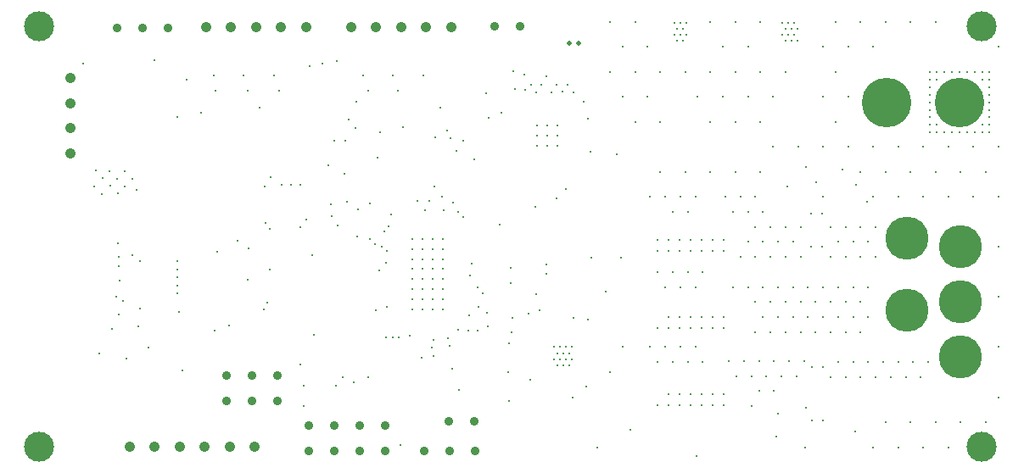
<source format=gbr>
%TF.GenerationSoftware,Altium Limited,Altium Designer,23.3.1 (30)*%
G04 Layer_Color=0*
%FSLAX45Y45*%
%MOMM*%
%TF.SameCoordinates,CD13F5F2-8DFB-4D4D-A102-87722C93DE69*%
%TF.FilePolarity,Positive*%
%TF.FileFunction,Plated,1,4,PTH,Drill*%
%TF.Part,Single*%
G01*
G75*
%TA.AperFunction,ComponentDrill*%
%ADD136C,4.95000*%
%ADD137C,0.90000*%
%ADD138C,1.05000*%
%ADD139C,4.30000*%
%ADD140C,1.05000*%
%TA.AperFunction,ViaDrill,NotFilled*%
%ADD141C,0.30000*%
%ADD142C,0.50000*%
%ADD143C,3.00000*%
D136*
X9481520Y3740000D02*
D03*
X8750000D02*
D03*
D137*
X3754000Y510000D02*
D03*
X2992000Y256000D02*
D03*
X3754000D02*
D03*
X3500000Y510000D02*
D03*
Y256000D02*
D03*
X3246000Y510000D02*
D03*
Y256000D02*
D03*
X2992000Y510000D02*
D03*
X2166000Y756000D02*
D03*
X2420000D02*
D03*
Y1010000D02*
D03*
X2674000Y756000D02*
D03*
Y1010000D02*
D03*
X2166000D02*
D03*
X4840000Y4500000D02*
D03*
X1326000Y4480000D02*
D03*
X1072000D02*
D03*
X1580000D02*
D03*
X4390000Y260000D02*
D03*
X4644000D02*
D03*
X4136000D02*
D03*
X5094000Y4500000D02*
D03*
X4386000Y550000D02*
D03*
X4640000D02*
D03*
D138*
X2200000Y300000D02*
D03*
X1950000D02*
D03*
X1700000D02*
D03*
X1450000D02*
D03*
X1200000D02*
D03*
X2450000D02*
D03*
X4410000Y4490000D02*
D03*
X4160000D02*
D03*
X3910000D02*
D03*
X3660000D02*
D03*
X3410000D02*
D03*
X2960000D02*
D03*
X2710000D02*
D03*
X2460000D02*
D03*
X2210000D02*
D03*
X1960000D02*
D03*
D139*
X9490000Y1750000D02*
D03*
Y1200000D02*
D03*
Y2300000D02*
D03*
X8960000Y1665000D02*
D03*
Y2385000D02*
D03*
D140*
X610000Y3730000D02*
D03*
Y3479998D02*
D03*
Y3980002D02*
D03*
Y3230001D02*
D03*
D141*
X1080000Y2330000D02*
D03*
X1089766Y1620235D02*
D03*
X1070000Y1800000D02*
D03*
X1100000Y1960000D02*
D03*
X1090000Y2100000D02*
D03*
X8870000Y2795000D02*
D03*
X9870000Y2295000D02*
D03*
X9745000Y545000D02*
D03*
X8995000Y4545000D02*
D03*
X7870000Y3295000D02*
D03*
X8620000D02*
D03*
X7245000Y3545000D02*
D03*
X8745000Y4545000D02*
D03*
X7245000Y3045000D02*
D03*
X7120000Y4295000D02*
D03*
X9495000Y545000D02*
D03*
X8620000Y295000D02*
D03*
X6995000Y3045000D02*
D03*
X6870000Y3795000D02*
D03*
X8120000Y3295000D02*
D03*
X6370000Y3795000D02*
D03*
X6245000Y3545000D02*
D03*
X7495000D02*
D03*
X6995000D02*
D03*
X6745000Y3045000D02*
D03*
X6120000Y4295000D02*
D03*
Y3795000D02*
D03*
X5620000Y795000D02*
D03*
X8245000Y3545000D02*
D03*
X8495000Y3045000D02*
D03*
X9495000D02*
D03*
X7120000Y3795000D02*
D03*
X7620000Y3295000D02*
D03*
X8620000Y4295000D02*
D03*
X8120000D02*
D03*
X7245000Y4545000D02*
D03*
X8120000Y3795000D02*
D03*
X9870000Y1795000D02*
D03*
Y1295000D02*
D03*
X8370000Y3295000D02*
D03*
X9245000Y4545000D02*
D03*
X7495000Y4045000D02*
D03*
X9120000Y3295000D02*
D03*
X6995000Y4045000D02*
D03*
X6245000D02*
D03*
X5995000D02*
D03*
X9620000Y2795000D02*
D03*
X8745000Y3045000D02*
D03*
X9245000D02*
D03*
X8245000Y4045000D02*
D03*
X9745000Y3045000D02*
D03*
X6495000D02*
D03*
X7370000Y4295000D02*
D03*
X9120000Y2795000D02*
D03*
X5870000Y295000D02*
D03*
X6495000Y3545000D02*
D03*
X7495000Y4545000D02*
D03*
X8370000Y4295000D02*
D03*
X8870000Y3295000D02*
D03*
X8745000Y545000D02*
D03*
X7370000Y3795000D02*
D03*
X8495000Y4545000D02*
D03*
X6370000Y4295000D02*
D03*
X9370000Y295000D02*
D03*
X9120000D02*
D03*
X9620000Y3295000D02*
D03*
X9245000Y545000D02*
D03*
X8120000Y2795000D02*
D03*
X6120000Y1295000D02*
D03*
X8370000Y3795000D02*
D03*
X8995000Y545000D02*
D03*
X6245000Y4545000D02*
D03*
X9870000Y4295000D02*
D03*
X8870000Y295000D02*
D03*
X5995000Y1045000D02*
D03*
X9870000Y3295000D02*
D03*
Y2795000D02*
D03*
Y795000D02*
D03*
X9370000Y2795000D02*
D03*
X6745000Y4045000D02*
D03*
X9370000Y3295000D02*
D03*
X7245000Y4045000D02*
D03*
X6495000D02*
D03*
X6995000Y4545000D02*
D03*
X5995000D02*
D03*
X8620000Y2795000D02*
D03*
X7620000Y3795000D02*
D03*
X8995000Y3045000D02*
D03*
X8245000Y4545000D02*
D03*
X7495000Y3045000D02*
D03*
X7745000Y4045000D02*
D03*
X9707516Y3515007D02*
D03*
X9782516D02*
D03*
Y3590007D02*
D03*
Y4040008D02*
D03*
Y3965008D02*
D03*
Y3890007D02*
D03*
Y3815007D02*
D03*
Y3740007D02*
D03*
Y3665007D02*
D03*
Y3440007D02*
D03*
X9707516Y4040008D02*
D03*
Y3965008D02*
D03*
Y3440007D02*
D03*
X9632516Y4040008D02*
D03*
Y3440007D02*
D03*
X9557516Y4040008D02*
D03*
Y3440007D02*
D03*
X9482516Y4040008D02*
D03*
Y3440007D02*
D03*
X9407516Y4040008D02*
D03*
Y3440007D02*
D03*
X9332515Y4040008D02*
D03*
Y3440007D02*
D03*
X9257515Y4040008D02*
D03*
Y3965008D02*
D03*
Y3515007D02*
D03*
Y3440007D02*
D03*
X9182515Y4040008D02*
D03*
Y3965008D02*
D03*
Y3890007D02*
D03*
Y3815007D02*
D03*
Y3740007D02*
D03*
Y3665007D02*
D03*
Y3590007D02*
D03*
Y3515007D02*
D03*
Y3440007D02*
D03*
X7125003Y2365001D02*
D03*
Y2255001D02*
D03*
Y1595001D02*
D03*
Y1485001D02*
D03*
Y825001D02*
D03*
Y715001D02*
D03*
X7015003Y2365001D02*
D03*
Y2255001D02*
D03*
Y1595001D02*
D03*
Y1485001D02*
D03*
Y825001D02*
D03*
Y715001D02*
D03*
X6905003Y2365001D02*
D03*
Y2255001D02*
D03*
Y1595001D02*
D03*
Y1485001D02*
D03*
Y825001D02*
D03*
Y715001D02*
D03*
X6795003Y2365001D02*
D03*
Y2255001D02*
D03*
Y1595001D02*
D03*
Y1485001D02*
D03*
Y825001D02*
D03*
Y715001D02*
D03*
X6685003Y2365001D02*
D03*
Y2255001D02*
D03*
Y1595001D02*
D03*
Y1485001D02*
D03*
Y825001D02*
D03*
Y715001D02*
D03*
X6575003Y2365001D02*
D03*
Y2255001D02*
D03*
Y1595001D02*
D03*
Y1485001D02*
D03*
Y825001D02*
D03*
Y715001D02*
D03*
X6465003Y2365001D02*
D03*
Y2255001D02*
D03*
Y1485001D02*
D03*
Y715001D02*
D03*
X9169996Y1144999D02*
D03*
X9094997Y994999D02*
D03*
X9019996Y1144999D02*
D03*
X8944997Y994999D02*
D03*
X8869996Y1144999D02*
D03*
X8794997Y994999D02*
D03*
X8719997Y1144999D02*
D03*
X8644997Y994999D02*
D03*
X8569997Y1144999D02*
D03*
X8494997Y994999D02*
D03*
X8419997Y1144999D02*
D03*
X8344997Y994999D02*
D03*
X8269997Y1144999D02*
D03*
X8194997Y994999D02*
D03*
X7929997Y1154999D02*
D03*
X7854997Y1004999D02*
D03*
X7779997Y1154999D02*
D03*
X7704997Y1004999D02*
D03*
X7629997Y1154999D02*
D03*
X7554997Y1004999D02*
D03*
X7629997Y854999D02*
D03*
X7479997Y1154999D02*
D03*
X7404997Y1004999D02*
D03*
X7479997Y854999D02*
D03*
X7404997Y704999D02*
D03*
X7329997Y1154999D02*
D03*
X7254997Y1004999D02*
D03*
X7179997Y1154999D02*
D03*
X8569997Y1894999D02*
D03*
X8494997Y1744999D02*
D03*
X8569997Y1594999D02*
D03*
X8494997Y1444999D02*
D03*
X8419997Y1894999D02*
D03*
X8344997Y1744999D02*
D03*
X8419997Y1594999D02*
D03*
X8344997Y1444999D02*
D03*
X8269997Y1894999D02*
D03*
X8194997Y1744999D02*
D03*
X8269997Y1594999D02*
D03*
X8194997Y1444999D02*
D03*
X8119997Y1894999D02*
D03*
X8044997Y1744999D02*
D03*
X8119997Y1594999D02*
D03*
X8044997Y1444999D02*
D03*
X7969997Y1894999D02*
D03*
X7894997Y1744999D02*
D03*
X7969997Y1594999D02*
D03*
X7894997Y1444999D02*
D03*
X7819997Y1894999D02*
D03*
X7744997Y1744999D02*
D03*
X7819997Y1594999D02*
D03*
X7744997Y1444999D02*
D03*
X7669997Y1894999D02*
D03*
X7594997Y1744999D02*
D03*
X7669997Y1594999D02*
D03*
X7594997Y1444999D02*
D03*
X7519997Y1894999D02*
D03*
X7444997Y1744999D02*
D03*
X7519997Y1594999D02*
D03*
X7444997Y1444999D02*
D03*
X7369997Y1894999D02*
D03*
X7219997D02*
D03*
X8644997Y2494999D02*
D03*
Y2194999D02*
D03*
X8494997Y2494999D02*
D03*
X8569997Y2344999D02*
D03*
X8494997Y2194999D02*
D03*
X8344997Y2494999D02*
D03*
X8419997Y2344999D02*
D03*
X8344997Y2194999D02*
D03*
X8194997Y2494999D02*
D03*
X8269997Y2344999D02*
D03*
X8194997Y2194999D02*
D03*
X7894997Y2494999D02*
D03*
Y2194999D02*
D03*
X7744997Y2494999D02*
D03*
X7819997Y2344999D02*
D03*
X7744997Y2194999D02*
D03*
X7594997Y2494999D02*
D03*
X7669997Y2344999D02*
D03*
X7594997Y2194999D02*
D03*
X7444997Y2794998D02*
D03*
X7519997Y2644999D02*
D03*
X7444997Y2494999D02*
D03*
X7519997Y2344999D02*
D03*
X7444997Y2194999D02*
D03*
X7294997Y2794998D02*
D03*
X7369997Y2644999D02*
D03*
Y2344999D02*
D03*
X7294997Y2194999D02*
D03*
X7144997Y2794998D02*
D03*
X7219997Y2644999D02*
D03*
X6844997Y2794998D02*
D03*
X6919997Y2044999D02*
D03*
X6844997Y1894999D02*
D03*
Y1294999D02*
D03*
X6919997Y1144999D02*
D03*
X6694997Y2794998D02*
D03*
X6769997Y2644999D02*
D03*
Y2044999D02*
D03*
X6694997Y1894999D02*
D03*
Y1294999D02*
D03*
X6769997Y1144999D02*
D03*
X6544997Y2794998D02*
D03*
X6619997Y2644999D02*
D03*
Y2044999D02*
D03*
X6544997Y1894999D02*
D03*
Y1294999D02*
D03*
X6619997Y1144999D02*
D03*
X6394997Y2794998D02*
D03*
X6469997Y2044999D02*
D03*
X6394997Y1294999D02*
D03*
X6469997Y1144999D02*
D03*
X1770000Y3970000D02*
D03*
X740000Y4130000D02*
D03*
X1230000Y2210000D02*
D03*
X1134763Y1755231D02*
D03*
X1300000Y2150000D02*
D03*
X1090000Y2200000D02*
D03*
X1010000Y2910000D02*
D03*
X1085235Y2835235D02*
D03*
X860235Y3060235D02*
D03*
X935235Y2985235D02*
D03*
X925000Y2825000D02*
D03*
X850000Y2900000D02*
D03*
X1680000Y1990000D02*
D03*
X1450000Y4160000D02*
D03*
X1910000Y3640000D02*
D03*
X1150000Y3050000D02*
D03*
X1075000Y2975000D02*
D03*
X1269999Y2865000D02*
D03*
X1150000Y2900000D02*
D03*
X1225000Y2975000D02*
D03*
X1000000Y3050000D02*
D03*
X1680000Y3590000D02*
D03*
X3595352Y2373051D02*
D03*
X4325003Y2375002D02*
D03*
Y2275002D02*
D03*
Y2175002D02*
D03*
Y2075002D02*
D03*
Y1975002D02*
D03*
Y1875002D02*
D03*
Y1775002D02*
D03*
Y1675002D02*
D03*
X4225003Y2375002D02*
D03*
Y2275002D02*
D03*
Y2175002D02*
D03*
Y2075002D02*
D03*
Y1975002D02*
D03*
Y1875002D02*
D03*
Y1775002D02*
D03*
Y1675002D02*
D03*
X4125003Y2375002D02*
D03*
Y2275002D02*
D03*
Y2175002D02*
D03*
Y2075002D02*
D03*
Y1975002D02*
D03*
Y1875002D02*
D03*
Y1775002D02*
D03*
Y1675002D02*
D03*
X4025003Y2375002D02*
D03*
Y2275002D02*
D03*
Y2175002D02*
D03*
Y2075002D02*
D03*
Y1975002D02*
D03*
Y1875002D02*
D03*
Y1775002D02*
D03*
Y1675002D02*
D03*
X5465004Y3505003D02*
D03*
Y3405003D02*
D03*
Y3305003D02*
D03*
X5365004Y3505003D02*
D03*
Y3405003D02*
D03*
Y3305003D02*
D03*
X5265004Y3505003D02*
D03*
Y3405003D02*
D03*
Y3305003D02*
D03*
X5614985Y1294994D02*
D03*
Y1174994D02*
D03*
X5554985Y1294994D02*
D03*
X5584985Y1234994D02*
D03*
X5554985Y1174994D02*
D03*
X5584985Y1114994D02*
D03*
X5494985Y1294994D02*
D03*
X5524985Y1234994D02*
D03*
X5494985Y1174994D02*
D03*
X5524985Y1114994D02*
D03*
X5434985Y1294994D02*
D03*
X5464985Y1234994D02*
D03*
X5434985Y1174994D02*
D03*
X5464985Y1114994D02*
D03*
X7834980Y4534987D02*
D03*
X7864980Y4474987D02*
D03*
X7834980Y4414988D02*
D03*
X7864980Y4354988D02*
D03*
X7774980Y4534987D02*
D03*
X7804980Y4474987D02*
D03*
X7774980Y4414988D02*
D03*
X7804980Y4354988D02*
D03*
X7714981Y4534987D02*
D03*
X7744980Y4474987D02*
D03*
X7714981Y4414988D02*
D03*
X7744980Y4354988D02*
D03*
X6754982Y4534987D02*
D03*
Y4414988D02*
D03*
X6694983Y4534987D02*
D03*
X6724982Y4474987D02*
D03*
X6694983Y4414988D02*
D03*
X6724982Y4354988D02*
D03*
X6634983Y4534987D02*
D03*
X6664983Y4474987D02*
D03*
X6634983Y4414988D02*
D03*
X6664983Y4354988D02*
D03*
X4989484Y1330503D02*
D03*
X5770000Y1570000D02*
D03*
X5630000Y1590000D02*
D03*
X5290000Y1660000D02*
D03*
X5180000Y1630000D02*
D03*
X5460000Y2780000D02*
D03*
X5550000Y2870000D02*
D03*
X5250000Y2700000D02*
D03*
X4641906Y3174122D02*
D03*
X3900000Y320000D02*
D03*
X3580000Y990000D02*
D03*
X1170000Y1180000D02*
D03*
X2070000Y2250000D02*
D03*
X6200000Y470000D02*
D03*
X7650000Y400000D02*
D03*
X2960000Y2570000D02*
D03*
X3272700Y2512700D02*
D03*
X3470000Y2401051D02*
D03*
X5630451Y3837700D02*
D03*
X5799988Y3249994D02*
D03*
X5730000Y3750000D02*
D03*
X5774486Y3578950D02*
D03*
X5048687Y3871313D02*
D03*
X5147700Y3862350D02*
D03*
X4906950Y3640000D02*
D03*
X5410350Y3837700D02*
D03*
X5257700D02*
D03*
X5207700Y3917700D02*
D03*
X5200000Y970000D02*
D03*
X4977700Y1043450D02*
D03*
X5760000Y900000D02*
D03*
X6100000Y2190000D02*
D03*
X7950000Y3090000D02*
D03*
X4390000Y1310000D02*
D03*
X4380000Y1380000D02*
D03*
X4420000Y1080000D02*
D03*
X2940000Y913300D02*
D03*
X2900000Y1120000D02*
D03*
X5260000Y1820000D02*
D03*
X4890000Y2520000D02*
D03*
X5360000Y2030000D02*
D03*
Y2120000D02*
D03*
X5000000Y1930000D02*
D03*
X3890000Y1390000D02*
D03*
X3830000D02*
D03*
X3760000D02*
D03*
X3660000Y1660000D02*
D03*
X4370000Y3460000D02*
D03*
X4300000Y3690000D02*
D03*
X3670000Y3190000D02*
D03*
X3040000Y1420000D02*
D03*
X2540000Y1670000D02*
D03*
X2572700Y1737700D02*
D03*
X2900000Y2490000D02*
D03*
X7947961Y685200D02*
D03*
X2500405Y3690613D02*
D03*
X2040000Y4010000D02*
D03*
X2340000D02*
D03*
X2640000D02*
D03*
X3530000D02*
D03*
X3830000D02*
D03*
X4130000D02*
D03*
X1020000Y1480000D02*
D03*
X900000Y1230000D02*
D03*
X1730000Y1060000D02*
D03*
X4490000Y870000D02*
D03*
X4670000Y1460000D02*
D03*
X4580000D02*
D03*
X5000000Y2090000D02*
D03*
X2940000Y710000D02*
D03*
X3440000Y940000D02*
D03*
X5360000Y4000000D02*
D03*
X3240000Y3360000D02*
D03*
X3350000D02*
D03*
X3450000Y3480000D02*
D03*
X3459670Y3747969D02*
D03*
X3389407Y3566230D02*
D03*
X3120000Y4130000D02*
D03*
X3000000Y4100000D02*
D03*
X2690000Y3860000D02*
D03*
X2380000D02*
D03*
X2060000D02*
D03*
X3270000Y4150000D02*
D03*
X3699993Y3439994D02*
D03*
X3930000Y3490000D02*
D03*
X4249991Y3389800D02*
D03*
X3579993Y3859993D02*
D03*
X3879992D02*
D03*
X4400000Y3380000D02*
D03*
X4463370Y3252901D02*
D03*
X4530000Y3360000D02*
D03*
X4780000Y3585598D02*
D03*
X4760000Y3830000D02*
D03*
X5140000Y4020000D02*
D03*
X5030000Y4050000D02*
D03*
X4775080Y1500320D02*
D03*
X4762300Y1638341D02*
D03*
X4677700Y1697700D02*
D03*
X4727700Y1834347D02*
D03*
X3480000Y2670000D02*
D03*
X3370000Y2750000D02*
D03*
X3600000Y2730000D02*
D03*
X3340000Y3030000D02*
D03*
X3210000Y2720000D02*
D03*
X1300000Y1680000D02*
D03*
X1290000Y1500000D02*
D03*
X1390000Y1290000D02*
D03*
X1690000Y1641900D02*
D03*
X2600000Y2480000D02*
D03*
X2560601Y2538342D02*
D03*
X3810000Y2620000D02*
D03*
X4320000Y2794801D02*
D03*
X4427700Y2737700D02*
D03*
X5020000Y1590000D02*
D03*
X5010000Y1440000D02*
D03*
X5950000Y1850000D02*
D03*
X4477700Y1467700D02*
D03*
X4592300Y1612101D02*
D03*
X5810000Y2190000D02*
D03*
X6060000Y3220000D02*
D03*
X8050000Y2940000D02*
D03*
X7760000Y2900000D02*
D03*
X8560000Y2750000D02*
D03*
X8310000Y3070000D02*
D03*
X8440000Y450000D02*
D03*
X6860000Y210000D02*
D03*
X8450000Y2920000D02*
D03*
X7670000Y630000D02*
D03*
X8110000Y2630000D02*
D03*
X8000000D02*
D03*
X8110000Y2300000D02*
D03*
X8000000D02*
D03*
X8010000Y560000D02*
D03*
X8120000Y1100000D02*
D03*
X8010000D02*
D03*
X8120000Y560000D02*
D03*
X7940000Y290000D02*
D03*
X2550000Y2900000D02*
D03*
X2390000Y2280000D02*
D03*
X2610000Y2990000D02*
D03*
X2380000Y1970000D02*
D03*
X3180000Y3110000D02*
D03*
X3220000Y2600000D02*
D03*
X2600000Y2070000D02*
D03*
X4236301Y1370000D02*
D03*
X3992248Y1410000D02*
D03*
X1680000Y2150000D02*
D03*
X2280000Y2360000D02*
D03*
X3740000Y2450751D02*
D03*
X1680000Y2070000D02*
D03*
Y1910000D02*
D03*
Y1830000D02*
D03*
X3260000Y910000D02*
D03*
X3330000Y990000D02*
D03*
X2190000Y1510000D02*
D03*
X4111400Y1190131D02*
D03*
X4214362Y1290000D02*
D03*
X4236301Y1210000D02*
D03*
X2720000Y2920000D02*
D03*
X2907499Y2917499D02*
D03*
X2810000Y2920000D02*
D03*
X3651324Y2326910D02*
D03*
X3785115Y2505394D02*
D03*
X3692499Y2065001D02*
D03*
X3716241Y2299673D02*
D03*
X3764660Y1694665D02*
D03*
X3020000Y2215000D02*
D03*
X3757693Y2137696D02*
D03*
X5457700Y3917700D02*
D03*
X5305050D02*
D03*
X4987700Y757700D02*
D03*
X2047700Y1462700D02*
D03*
X4674153Y1891247D02*
D03*
X4616991Y2128410D02*
D03*
X4532400Y2593450D02*
D03*
X4597700Y2007833D02*
D03*
X5567689Y3917693D02*
D03*
X4477700Y2647700D02*
D03*
X4331226Y2659800D02*
D03*
X3767700Y2251496D02*
D03*
X4144176Y2659799D02*
D03*
X4072300Y2757700D02*
D03*
X4187300Y2757700D02*
D03*
X5521950Y3847052D02*
D03*
X4237700Y2897700D02*
D03*
D142*
X5680000Y4330000D02*
D03*
X5590000D02*
D03*
D143*
X9700000Y300000D02*
D03*
Y4500000D02*
D03*
X300000D02*
D03*
Y300000D02*
D03*
%TF.MD5,07d8dc2bd6d63ced5df5b1cc59b089cd*%
M02*

</source>
